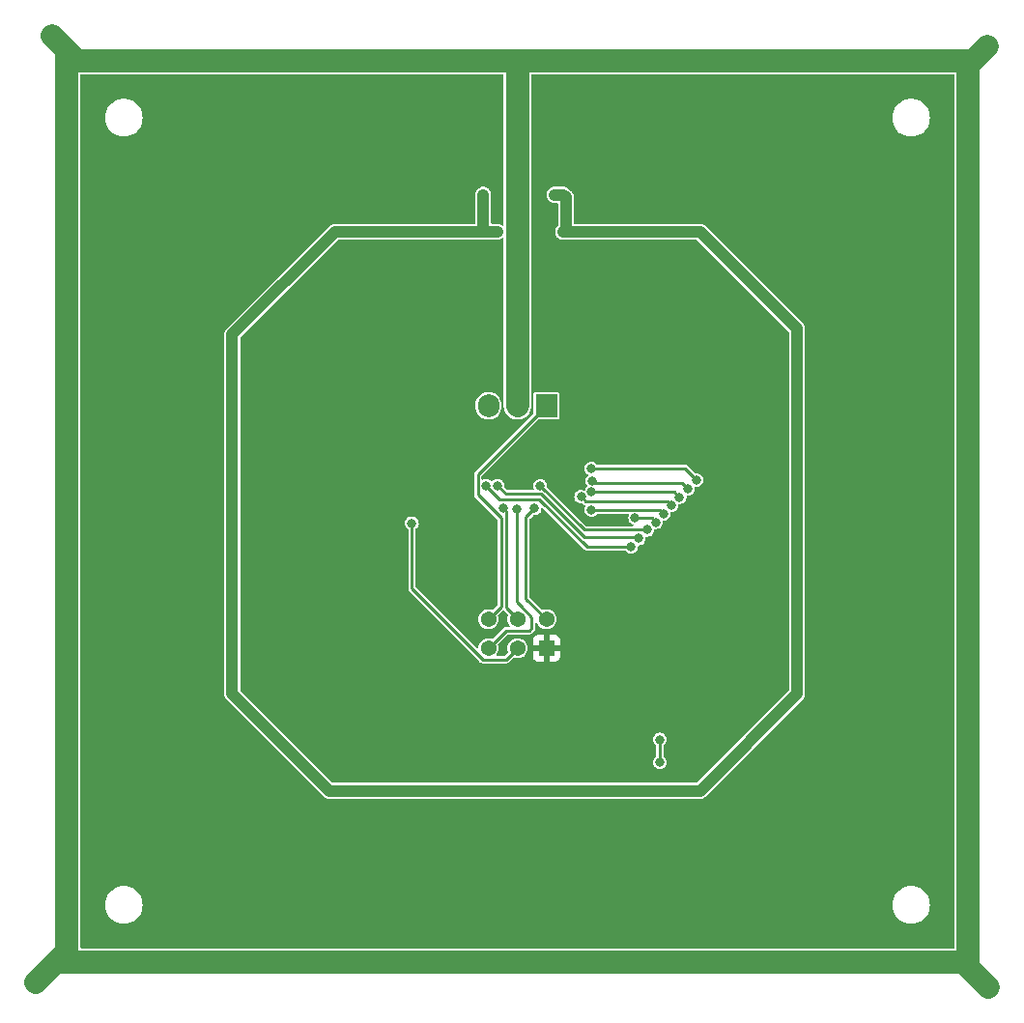
<source format=gbr>
%TF.GenerationSoftware,KiCad,Pcbnew,(6.0.9)*%
%TF.CreationDate,2023-04-03T18:36:50+10:00*%
%TF.ProjectId,Chi Chi - GV2,43686920-4368-4692-902d-204756322e6b,rev?*%
%TF.SameCoordinates,Original*%
%TF.FileFunction,Copper,L2,Bot*%
%TF.FilePolarity,Positive*%
%FSLAX46Y46*%
G04 Gerber Fmt 4.6, Leading zero omitted, Abs format (unit mm)*
G04 Created by KiCad (PCBNEW (6.0.9)) date 2023-04-03 18:36:50*
%MOMM*%
%LPD*%
G01*
G04 APERTURE LIST*
%TA.AperFunction,ComponentPad*%
%ADD10R,1.905000X2.000000*%
%TD*%
%TA.AperFunction,ComponentPad*%
%ADD11O,1.905000X2.000000*%
%TD*%
%TA.AperFunction,ComponentPad*%
%ADD12R,1.370000X1.370000*%
%TD*%
%TA.AperFunction,ComponentPad*%
%ADD13C,1.370000*%
%TD*%
%TA.AperFunction,ViaPad*%
%ADD14C,0.800000*%
%TD*%
%TA.AperFunction,Conductor*%
%ADD15C,0.250000*%
%TD*%
%TA.AperFunction,Conductor*%
%ADD16C,2.000000*%
%TD*%
%TA.AperFunction,Conductor*%
%ADD17C,1.000000*%
%TD*%
G04 APERTURE END LIST*
D10*
%TO.P,Q1,1,G*%
%TO.N,/LEDPWM*%
X256040000Y-132250000D03*
D11*
%TO.P,Q1,2,D*%
%TO.N,/MSFTDRN*%
X253500000Y-132250000D03*
%TO.P,Q1,3,S*%
%TO.N,GND*%
X250960000Y-132250000D03*
%TD*%
D12*
%TO.P,J1,01,01*%
%TO.N,+5V*%
X256040000Y-153500000D03*
D13*
%TO.P,J1,02,02*%
%TO.N,/SDA{slash}MOSI*%
X256040000Y-150960000D03*
%TO.P,J1,03,03*%
%TO.N,GND*%
X253500000Y-153500000D03*
%TO.P,J1,04,04*%
%TO.N,/SCL*%
X253500000Y-150960000D03*
%TO.P,J1,05,05*%
%TO.N,/RST*%
X250960000Y-153500000D03*
%TO.P,J1,06,06*%
%TO.N,/LEDPWM*%
X250960000Y-150960000D03*
%TD*%
D14*
%TO.N,GND*%
X278000000Y-135250000D03*
%TO.N,+5V*%
X291000000Y-137750000D03*
X216000000Y-146000000D03*
X257500000Y-178250000D03*
X248000000Y-103599500D03*
%TO.N,GND*%
X250500000Y-113750000D03*
X256750000Y-113750000D03*
X244250000Y-142537500D03*
%TO.N,+5V*%
X244268750Y-140481250D03*
%TO.N,GND*%
X278000000Y-125500000D03*
X278000000Y-130500000D03*
X278000000Y-140500000D03*
X278000000Y-145500000D03*
X278000000Y-150500000D03*
X269500000Y-166000000D03*
X264500000Y-166000000D03*
X259500000Y-166000000D03*
X254500000Y-166000000D03*
X249500000Y-166000000D03*
X244500000Y-166000000D03*
X228500000Y-157500000D03*
X228500000Y-152500000D03*
X228500000Y-147500000D03*
X228500000Y-142500000D03*
X228500000Y-137500000D03*
X228500000Y-132500000D03*
X237500000Y-117000000D03*
X242500000Y-117000000D03*
X247500000Y-117000000D03*
X251750000Y-117000000D03*
X257500000Y-117000000D03*
X262500000Y-117000000D03*
%TO.N,+5V*%
X269500000Y-161500000D03*
X264500000Y-161500000D03*
X259500000Y-161500000D03*
X254500000Y-161500000D03*
X249500000Y-161500000D03*
X244500000Y-161500000D03*
X233500000Y-157500000D03*
X233500000Y-152500000D03*
X233500000Y-147500000D03*
X233500000Y-142500000D03*
X233500000Y-137500000D03*
X233500000Y-132500000D03*
X237500000Y-121500000D03*
X242500000Y-121500000D03*
X247500000Y-121500000D03*
X251750000Y-121500000D03*
X257500000Y-121500000D03*
X262500000Y-121500000D03*
X273500000Y-125500000D03*
X273500000Y-130500000D03*
X273500000Y-135500000D03*
X273500000Y-150500000D03*
X273500000Y-145500000D03*
X273750000Y-140500000D03*
X262393750Y-142401361D03*
%TO.N,/MSFTDRN*%
X270300000Y-102000000D03*
X286800000Y-102000000D03*
X294712132Y-100712132D03*
X293000000Y-108800000D03*
X293000000Y-125300000D03*
X293000000Y-141800000D03*
X293000000Y-158300000D03*
X293000000Y-174500000D03*
X294787868Y-183212132D03*
X286200000Y-181000000D03*
X269700000Y-181000000D03*
X253200000Y-181000000D03*
X236700000Y-181000000D03*
X220200000Y-181000000D03*
X211287868Y-182787868D03*
X214000000Y-174200000D03*
X214000000Y-157700000D03*
X214000000Y-141200000D03*
X214000000Y-124700000D03*
X214000000Y-108200000D03*
X212712132Y-99787868D03*
X220800000Y-102000000D03*
X237300000Y-102000000D03*
X253800000Y-102000000D03*
%TO.N,/RST*%
X253422884Y-141271210D03*
%TO.N,/SDA{slash}MOSI*%
X255000000Y-141250000D03*
%TO.N,/SCL*%
X252250000Y-141250000D03*
%TO.N,/SEN24*%
X250750000Y-139250000D03*
X263465272Y-144628782D03*
%TO.N,/SEN23*%
X251750000Y-139250000D03*
X264137300Y-143887300D03*
%TO.N,/SEN22*%
X264898737Y-143125861D03*
X255500000Y-139250000D03*
%TO.N,/SEN21*%
X269169447Y-138750000D03*
X260000000Y-137750000D03*
%TO.N,/SEN20*%
X268444947Y-139503417D03*
X260075871Y-138821043D03*
%TO.N,/SEN19*%
X259992377Y-139817052D03*
X267708746Y-140250000D03*
%TO.N,/SEN18*%
X259082458Y-140230638D03*
X266984246Y-140976747D03*
%TO.N,/SEN17*%
X260000000Y-141363000D03*
X266293738Y-141699383D03*
%TO.N,/SEN16*%
X263817018Y-142087500D03*
X265640245Y-142455658D03*
%TO.N,/SEN1*%
X266000000Y-161500000D03*
X266000000Y-163500000D03*
%TD*%
D15*
%TO.N,/LEDPWM*%
X250025000Y-138265000D02*
X256040000Y-132250000D01*
X252050000Y-142075305D02*
X250025000Y-140050305D01*
X250025000Y-140050305D02*
X250025000Y-138265000D01*
X252050000Y-149870000D02*
X252050000Y-142075305D01*
X250960000Y-150960000D02*
X252050000Y-149870000D01*
D16*
%TO.N,/MSFTDRN*%
X253500000Y-102300000D02*
X253800000Y-102000000D01*
X253500000Y-132250000D02*
X253500000Y-102300000D01*
D17*
%TO.N,GND*%
X257750000Y-114000000D02*
X257750000Y-116750000D01*
X257500000Y-113750000D02*
X257750000Y-114000000D01*
X257750000Y-116750000D02*
X257500000Y-117000000D01*
X256750000Y-113750000D02*
X257500000Y-113750000D01*
X250500000Y-117000000D02*
X248000000Y-117000000D01*
X250500000Y-113750000D02*
X250500000Y-117000000D01*
X248000000Y-117000000D02*
X251750000Y-117000000D01*
X237500000Y-117000000D02*
X248000000Y-117000000D01*
X237500000Y-117000000D02*
X228500000Y-126000000D01*
X228500000Y-126000000D02*
X228500000Y-132500000D01*
X269500000Y-117000000D02*
X262500000Y-117000000D01*
X278000000Y-125500000D02*
X269500000Y-117000000D01*
X278000000Y-157500000D02*
X278000000Y-150500000D01*
X269500000Y-166000000D02*
X278000000Y-157500000D01*
X228500000Y-157500000D02*
X237000000Y-166000000D01*
X237000000Y-166000000D02*
X244500000Y-166000000D01*
D15*
X244250000Y-148250000D02*
X244250000Y-142537500D01*
X252490000Y-154510000D02*
X250510000Y-154510000D01*
X253500000Y-153500000D02*
X252490000Y-154510000D01*
X250510000Y-154510000D02*
X244250000Y-148250000D01*
D17*
X278000000Y-125500000D02*
X278000000Y-150500000D01*
X269500000Y-166000000D02*
X244500000Y-166000000D01*
D15*
%TO.N,/SEN1*%
X266000000Y-161500000D02*
X266000000Y-163500000D01*
D17*
%TO.N,GND*%
X228500000Y-157500000D02*
X228500000Y-132500000D01*
X257500000Y-117000000D02*
X262500000Y-117000000D01*
D16*
%TO.N,/MSFTDRN*%
X214000000Y-101075736D02*
X214000000Y-108200000D01*
X212712132Y-99787868D02*
X214000000Y-101075736D01*
X213075736Y-181000000D02*
X220200000Y-181000000D01*
X211287868Y-182787868D02*
X213075736Y-181000000D01*
X293000000Y-181424264D02*
X293000000Y-174500000D01*
X294787868Y-183212132D02*
X293000000Y-181424264D01*
X293424264Y-102000000D02*
X286800000Y-102000000D01*
X294712132Y-100712132D02*
X293424264Y-102000000D01*
X270300000Y-102000000D02*
X253800000Y-102000000D01*
X286800000Y-102000000D02*
X270300000Y-102000000D01*
X293000000Y-102424264D02*
X294712132Y-100712132D01*
X293000000Y-108800000D02*
X293000000Y-102424264D01*
X293000000Y-125300000D02*
X293000000Y-108800000D01*
X293000000Y-141800000D02*
X293000000Y-125300000D01*
X293000000Y-158300000D02*
X293000000Y-141800000D01*
X293000000Y-174500000D02*
X293000000Y-158300000D01*
X292575736Y-181000000D02*
X294787868Y-183212132D01*
X286200000Y-181000000D02*
X292575736Y-181000000D01*
X269700000Y-181000000D02*
X286200000Y-181000000D01*
X253200000Y-181000000D02*
X269700000Y-181000000D01*
X236700000Y-181000000D02*
X253200000Y-181000000D01*
X220200000Y-181000000D02*
X236700000Y-181000000D01*
X214000000Y-180075736D02*
X211287868Y-182787868D01*
X214000000Y-174200000D02*
X214000000Y-180075736D01*
X214000000Y-157700000D02*
X214000000Y-174200000D01*
X214000000Y-141200000D02*
X214000000Y-157700000D01*
X214000000Y-124700000D02*
X214000000Y-141200000D01*
X214000000Y-108200000D02*
X214000000Y-124700000D01*
X214924264Y-102000000D02*
X212712132Y-99787868D01*
X220800000Y-102000000D02*
X214924264Y-102000000D01*
X237300000Y-102000000D02*
X220800000Y-102000000D01*
X253800000Y-102000000D02*
X237300000Y-102000000D01*
D15*
%TO.N,/SCL*%
X252250000Y-141250000D02*
X252500000Y-141500000D01*
X252500000Y-141500000D02*
X252500000Y-149960000D01*
X252500000Y-149960000D02*
X253500000Y-150960000D01*
%TO.N,/SDA{slash}MOSI*%
X254250000Y-149170000D02*
X256040000Y-150960000D01*
X255000000Y-141250000D02*
X254250000Y-142000000D01*
X254250000Y-142000000D02*
X254250000Y-149170000D01*
%TO.N,/RST*%
X253750000Y-149750000D02*
X253422884Y-149422884D01*
X254750000Y-150750000D02*
X253750000Y-149750000D01*
X254750000Y-151750000D02*
X254750000Y-150750000D01*
X253422884Y-149422884D02*
X253422884Y-141271210D01*
X252490000Y-151970000D02*
X254530000Y-151970000D01*
X250960000Y-153500000D02*
X252490000Y-151970000D01*
X254530000Y-151970000D02*
X254750000Y-151750000D01*
%TO.N,/SEN24*%
X251899695Y-140425000D02*
X255402208Y-140425000D01*
X250750000Y-139275305D02*
X251899695Y-140425000D01*
X259605990Y-144628782D02*
X263465272Y-144628782D01*
X250750000Y-139250000D02*
X250750000Y-139275305D01*
X255402208Y-140425000D02*
X259605990Y-144628782D01*
%TO.N,/SEN23*%
X264000000Y-143750000D02*
X264137300Y-143887300D01*
X259363604Y-143750000D02*
X264000000Y-143750000D01*
X255588604Y-139975000D02*
X259363604Y-143750000D01*
X252475000Y-139975000D02*
X255588604Y-139975000D01*
X251750000Y-139250000D02*
X252475000Y-139975000D01*
%TO.N,/SEN21*%
X269169447Y-138750000D02*
X268169447Y-137750000D01*
X268169447Y-137750000D02*
X260000000Y-137750000D01*
%TO.N,/SEN20*%
X267941530Y-139000000D02*
X260254828Y-139000000D01*
X268444947Y-139503417D02*
X267941530Y-139000000D01*
X260254828Y-139000000D02*
X260075871Y-138821043D01*
%TO.N,/SEN19*%
X267708746Y-140250000D02*
X267208746Y-139750000D01*
X260059429Y-139750000D02*
X259992377Y-139817052D01*
X267208746Y-139750000D02*
X260059429Y-139750000D01*
%TO.N,/SEN18*%
X266984246Y-140976747D02*
X266645499Y-140638000D01*
X266645499Y-140638000D02*
X259489820Y-140638000D01*
X259489820Y-140638000D02*
X259082458Y-140230638D01*
%TO.N,/SEN17*%
X266293738Y-141699383D02*
X265957355Y-141363000D01*
X265957355Y-141363000D02*
X260000000Y-141363000D01*
%TO.N,/SEN16*%
X265640245Y-142455658D02*
X265272087Y-142087500D01*
X265272087Y-142087500D02*
X263817018Y-142087500D01*
%TO.N,/SEN22*%
X264898737Y-143125861D02*
X259375861Y-143125861D01*
X259375861Y-143125861D02*
X255500000Y-139250000D01*
%TD*%
%TA.AperFunction,Conductor*%
%TO.N,+5V*%
G36*
X252273066Y-103217813D02*
G01*
X252298376Y-103261650D01*
X252299500Y-103274500D01*
X252299500Y-116387497D01*
X252282187Y-116435063D01*
X252238350Y-116460373D01*
X252188500Y-116451583D01*
X252182950Y-116448040D01*
X252087106Y-116380680D01*
X252087104Y-116380679D01*
X252083453Y-116378113D01*
X251925487Y-116316524D01*
X251796174Y-116299500D01*
X251274500Y-116299500D01*
X251226934Y-116282187D01*
X251201624Y-116238350D01*
X251200500Y-116225500D01*
X251200500Y-113707484D01*
X251194943Y-113661559D01*
X251185812Y-113586109D01*
X251185276Y-113581680D01*
X251125345Y-113423077D01*
X251029312Y-113283349D01*
X250964501Y-113225604D01*
X250906055Y-113173530D01*
X250906052Y-113173528D01*
X250902721Y-113170560D01*
X250752881Y-113091224D01*
X250748554Y-113090137D01*
X250592769Y-113051006D01*
X250592768Y-113051006D01*
X250588441Y-113049919D01*
X250503078Y-113049472D01*
X250423354Y-113049054D01*
X250423351Y-113049054D01*
X250418895Y-113049031D01*
X250414560Y-113050072D01*
X250414558Y-113050072D01*
X250359126Y-113063381D01*
X250254032Y-113088612D01*
X250103369Y-113166375D01*
X250100011Y-113169304D01*
X250100010Y-113169305D01*
X249980373Y-113273671D01*
X249975604Y-113277831D01*
X249878113Y-113416547D01*
X249816524Y-113574513D01*
X249799500Y-113703826D01*
X249799500Y-116225500D01*
X249782187Y-116273066D01*
X249738350Y-116298376D01*
X249725500Y-116299500D01*
X237526879Y-116299500D01*
X237521846Y-116299329D01*
X237467515Y-116295625D01*
X237463070Y-116295322D01*
X237399530Y-116306412D01*
X237395717Y-116306975D01*
X237331680Y-116314724D01*
X237327503Y-116316302D01*
X237327504Y-116316302D01*
X237320866Y-116318810D01*
X237307435Y-116322485D01*
X237296046Y-116324473D01*
X237236988Y-116350397D01*
X237233421Y-116351853D01*
X237173077Y-116374655D01*
X237169401Y-116377182D01*
X237169398Y-116377183D01*
X237163551Y-116381201D01*
X237151382Y-116387975D01*
X237140797Y-116392621D01*
X237137257Y-116395337D01*
X237137256Y-116395338D01*
X237089620Y-116431891D01*
X237086492Y-116434164D01*
X237033349Y-116470688D01*
X237030377Y-116474024D01*
X236991403Y-116517767D01*
X236988478Y-116520866D01*
X228023671Y-125485672D01*
X228019991Y-125489110D01*
X227979596Y-125524349D01*
X227975604Y-125527831D01*
X227973036Y-125531485D01*
X227973035Y-125531486D01*
X227938530Y-125580582D01*
X227936220Y-125583693D01*
X227896416Y-125634457D01*
X227894580Y-125638524D01*
X227894578Y-125638527D01*
X227891658Y-125644994D01*
X227884757Y-125657093D01*
X227880681Y-125662893D01*
X227878113Y-125666547D01*
X227876492Y-125670705D01*
X227854688Y-125726629D01*
X227853193Y-125730185D01*
X227826645Y-125788984D01*
X227825832Y-125793372D01*
X227824539Y-125800347D01*
X227820724Y-125813739D01*
X227818144Y-125820356D01*
X227818143Y-125820361D01*
X227816524Y-125824513D01*
X227815942Y-125828936D01*
X227808107Y-125888454D01*
X227807503Y-125892269D01*
X227795748Y-125955692D01*
X227796005Y-125960147D01*
X227799377Y-126018636D01*
X227799500Y-126022895D01*
X227799500Y-157473121D01*
X227799329Y-157478154D01*
X227795322Y-157536930D01*
X227796088Y-157541319D01*
X227806410Y-157600456D01*
X227806975Y-157604283D01*
X227814724Y-157668320D01*
X227816302Y-157672496D01*
X227818810Y-157679134D01*
X227822485Y-157692565D01*
X227824473Y-157703954D01*
X227826265Y-157708036D01*
X227826266Y-157708040D01*
X227850392Y-157763000D01*
X227851855Y-157766585D01*
X227874655Y-157826923D01*
X227881202Y-157836450D01*
X227887975Y-157848618D01*
X227890781Y-157855010D01*
X227892621Y-157859202D01*
X227895334Y-157862737D01*
X227931888Y-157910375D01*
X227934161Y-157913505D01*
X227970688Y-157966651D01*
X227980173Y-157975102D01*
X228017767Y-158008597D01*
X228020866Y-158011522D01*
X236485665Y-166476321D01*
X236489103Y-166480001D01*
X236527831Y-166524396D01*
X236531482Y-166526962D01*
X236580613Y-166561492D01*
X236583718Y-166563799D01*
X236634457Y-166603583D01*
X236638523Y-166605419D01*
X236644990Y-166608339D01*
X236657086Y-166615238D01*
X236666547Y-166621887D01*
X236670703Y-166623507D01*
X236670706Y-166623509D01*
X236726634Y-166645314D01*
X236730177Y-166646803D01*
X236788984Y-166673355D01*
X236800349Y-166675461D01*
X236813739Y-166679276D01*
X236820356Y-166681856D01*
X236820361Y-166681857D01*
X236824513Y-166683476D01*
X236888466Y-166691895D01*
X236892269Y-166692497D01*
X236955692Y-166704252D01*
X237018635Y-166700623D01*
X237022895Y-166700500D01*
X269473121Y-166700500D01*
X269478154Y-166700671D01*
X269532485Y-166704375D01*
X269536930Y-166704678D01*
X269600470Y-166693588D01*
X269604283Y-166693025D01*
X269668320Y-166685276D01*
X269679134Y-166681190D01*
X269692565Y-166677515D01*
X269699560Y-166676294D01*
X269703954Y-166675527D01*
X269708036Y-166673735D01*
X269708040Y-166673734D01*
X269763000Y-166649608D01*
X269766587Y-166648144D01*
X269774077Y-166645314D01*
X269826923Y-166625345D01*
X269836450Y-166618798D01*
X269848616Y-166612026D01*
X269850950Y-166611002D01*
X269855121Y-166609171D01*
X269855124Y-166609169D01*
X269859202Y-166607379D01*
X269910381Y-166568108D01*
X269913510Y-166565835D01*
X269918222Y-166562597D01*
X269930684Y-166554032D01*
X269962969Y-166531843D01*
X269962971Y-166531841D01*
X269966651Y-166529312D01*
X270008597Y-166482233D01*
X270011522Y-166479134D01*
X278476321Y-158014335D01*
X278480001Y-158010897D01*
X278481008Y-158010019D01*
X278524396Y-157972169D01*
X278561495Y-157919383D01*
X278563802Y-157916278D01*
X278603583Y-157865543D01*
X278608339Y-157855010D01*
X278615238Y-157842914D01*
X278619321Y-157837104D01*
X278621887Y-157833453D01*
X278645315Y-157773363D01*
X278646803Y-157769823D01*
X278673355Y-157711016D01*
X278675461Y-157699651D01*
X278679276Y-157686261D01*
X278681856Y-157679644D01*
X278681857Y-157679639D01*
X278683476Y-157675487D01*
X278691895Y-157611534D01*
X278692499Y-157607718D01*
X278693135Y-157604290D01*
X278704252Y-157544308D01*
X278700623Y-157481364D01*
X278700500Y-157477105D01*
X278700500Y-125526875D01*
X278700671Y-125521841D01*
X278704375Y-125467515D01*
X278704678Y-125463070D01*
X278693588Y-125399530D01*
X278693024Y-125395710D01*
X278685812Y-125336111D01*
X278685276Y-125331680D01*
X278681190Y-125320866D01*
X278677515Y-125307435D01*
X278676294Y-125300440D01*
X278675527Y-125296046D01*
X278649608Y-125237002D01*
X278648145Y-125233416D01*
X278626921Y-125177247D01*
X278626920Y-125177245D01*
X278625345Y-125173077D01*
X278618794Y-125163546D01*
X278612024Y-125151381D01*
X278611756Y-125150771D01*
X278607378Y-125140797D01*
X278568109Y-125089621D01*
X278565840Y-125086497D01*
X278529312Y-125033349D01*
X278482242Y-124991411D01*
X278479143Y-124988486D01*
X270014328Y-116523671D01*
X270010890Y-116519991D01*
X269975104Y-116478968D01*
X269975102Y-116478966D01*
X269972169Y-116475604D01*
X269965175Y-116470688D01*
X269919418Y-116438530D01*
X269916307Y-116436220D01*
X269869054Y-116399169D01*
X269865543Y-116396416D01*
X269861476Y-116394580D01*
X269861473Y-116394578D01*
X269855006Y-116391658D01*
X269842907Y-116384757D01*
X269837107Y-116380681D01*
X269837106Y-116380680D01*
X269833453Y-116378113D01*
X269773356Y-116354682D01*
X269769815Y-116353193D01*
X269711016Y-116326645D01*
X269699651Y-116324539D01*
X269686261Y-116320724D01*
X269679644Y-116318144D01*
X269679639Y-116318143D01*
X269675487Y-116316524D01*
X269611534Y-116308105D01*
X269607731Y-116307503D01*
X269544308Y-116295748D01*
X269489042Y-116298934D01*
X269481364Y-116299377D01*
X269477105Y-116299500D01*
X258524500Y-116299500D01*
X258476934Y-116282187D01*
X258451624Y-116238350D01*
X258450500Y-116225500D01*
X258450500Y-114026875D01*
X258450671Y-114021841D01*
X258454375Y-113967515D01*
X258454678Y-113963070D01*
X258443588Y-113899530D01*
X258443024Y-113895710D01*
X258435812Y-113836111D01*
X258435276Y-113831680D01*
X258431190Y-113820866D01*
X258427515Y-113807435D01*
X258426294Y-113800440D01*
X258425527Y-113796046D01*
X258399608Y-113737002D01*
X258398145Y-113733416D01*
X258376921Y-113677247D01*
X258376920Y-113677245D01*
X258375345Y-113673077D01*
X258368794Y-113663546D01*
X258362024Y-113651381D01*
X258361756Y-113650771D01*
X258357378Y-113640797D01*
X258318109Y-113589621D01*
X258315840Y-113586497D01*
X258309662Y-113577508D01*
X258279312Y-113533349D01*
X258232242Y-113491411D01*
X258229143Y-113488486D01*
X258014328Y-113273671D01*
X258010890Y-113269991D01*
X257975104Y-113228968D01*
X257975102Y-113228966D01*
X257972169Y-113225604D01*
X257965175Y-113220688D01*
X257919418Y-113188530D01*
X257916307Y-113186220D01*
X257869054Y-113149169D01*
X257865543Y-113146416D01*
X257861476Y-113144580D01*
X257861473Y-113144578D01*
X257855006Y-113141658D01*
X257842907Y-113134757D01*
X257837107Y-113130681D01*
X257837106Y-113130680D01*
X257833453Y-113128113D01*
X257773356Y-113104682D01*
X257769815Y-113103193D01*
X257711016Y-113076645D01*
X257699651Y-113074539D01*
X257686261Y-113070724D01*
X257679644Y-113068144D01*
X257679639Y-113068143D01*
X257675487Y-113066524D01*
X257611534Y-113058105D01*
X257607731Y-113057503D01*
X257544308Y-113045748D01*
X257489042Y-113048934D01*
X257481364Y-113049377D01*
X257477105Y-113049500D01*
X256707484Y-113049500D01*
X256705271Y-113049768D01*
X256705268Y-113049768D01*
X256586109Y-113064188D01*
X256581680Y-113064724D01*
X256480135Y-113103095D01*
X256427247Y-113123079D01*
X256427245Y-113123080D01*
X256423077Y-113124655D01*
X256419402Y-113127181D01*
X256287031Y-113218157D01*
X256287029Y-113218159D01*
X256283349Y-113220688D01*
X256170560Y-113347279D01*
X256091224Y-113497119D01*
X256090137Y-113501445D01*
X256090137Y-113501446D01*
X256052476Y-113651381D01*
X256049919Y-113661559D01*
X256049667Y-113709716D01*
X256049085Y-113820866D01*
X256049031Y-113831105D01*
X256088612Y-113995968D01*
X256166375Y-114146631D01*
X256277831Y-114274396D01*
X256416547Y-114371887D01*
X256574513Y-114433476D01*
X256703826Y-114450500D01*
X256975500Y-114450500D01*
X257023066Y-114467813D01*
X257048376Y-114511650D01*
X257049500Y-114524500D01*
X257049500Y-116424377D01*
X257030751Y-116473604D01*
X256991411Y-116517758D01*
X256988486Y-116520857D01*
X256974608Y-116534735D01*
X256973236Y-116536485D01*
X256963736Y-116548601D01*
X256960753Y-116552168D01*
X256923530Y-116593945D01*
X256923528Y-116593948D01*
X256920560Y-116597279D01*
X256918474Y-116601219D01*
X256918469Y-116601226D01*
X256913236Y-116611110D01*
X256906072Y-116622141D01*
X256899171Y-116630942D01*
X256899167Y-116630948D01*
X256896416Y-116634457D01*
X256894580Y-116638523D01*
X256894579Y-116638525D01*
X256871548Y-116689534D01*
X256869502Y-116693710D01*
X256843313Y-116743173D01*
X256841224Y-116747119D01*
X256840138Y-116751443D01*
X256837411Y-116762300D01*
X256833083Y-116774726D01*
X256826645Y-116788984D01*
X256825833Y-116793367D01*
X256825832Y-116793369D01*
X256815634Y-116848393D01*
X256814644Y-116852934D01*
X256801006Y-116907231D01*
X256799919Y-116911559D01*
X256799896Y-116916020D01*
X256799837Y-116927213D01*
X256798599Y-116940305D01*
X256795748Y-116955692D01*
X256796005Y-116960147D01*
X256799226Y-117016010D01*
X256799348Y-117020653D01*
X256799031Y-117081105D01*
X256802686Y-117096329D01*
X256804606Y-117109336D01*
X256805507Y-117124959D01*
X256806818Y-117129219D01*
X256823281Y-117182735D01*
X256824507Y-117187218D01*
X256838612Y-117245968D01*
X256840657Y-117249931D01*
X256840660Y-117249938D01*
X256845787Y-117259871D01*
X256850757Y-117272049D01*
X256854049Y-117282748D01*
X256855361Y-117287011D01*
X256857650Y-117290835D01*
X256886398Y-117338870D01*
X256888659Y-117342932D01*
X256914331Y-117392672D01*
X256914334Y-117392676D01*
X256916375Y-117396631D01*
X256926665Y-117408426D01*
X256934391Y-117419061D01*
X256942431Y-117432495D01*
X256945569Y-117435666D01*
X256984938Y-117475450D01*
X256988103Y-117478855D01*
X257027831Y-117524396D01*
X257031474Y-117526956D01*
X257031479Y-117526961D01*
X257040629Y-117533391D01*
X257050678Y-117541883D01*
X257058550Y-117549838D01*
X257058554Y-117549841D01*
X257061690Y-117553010D01*
X257065490Y-117555339D01*
X257065493Y-117555341D01*
X257113230Y-117584593D01*
X257117096Y-117587132D01*
X257166547Y-117621887D01*
X257181131Y-117627573D01*
X257192908Y-117633420D01*
X257206254Y-117641598D01*
X257210501Y-117642953D01*
X257210500Y-117642953D01*
X257263835Y-117659975D01*
X257268216Y-117661527D01*
X257324513Y-117683476D01*
X257340034Y-117685520D01*
X257352860Y-117688386D01*
X257367775Y-117693146D01*
X257428084Y-117697258D01*
X257432692Y-117697718D01*
X257453826Y-117700500D01*
X257473121Y-117700500D01*
X257478154Y-117700671D01*
X257532485Y-117704375D01*
X257536930Y-117704678D01*
X257541318Y-117703912D01*
X257541320Y-117703912D01*
X257554554Y-117701602D01*
X257567277Y-117700500D01*
X269179192Y-117700500D01*
X269226758Y-117717813D01*
X269231518Y-117722174D01*
X277277826Y-125768482D01*
X277299218Y-125814358D01*
X277299500Y-125820808D01*
X277299500Y-157179191D01*
X277282187Y-157226757D01*
X277277826Y-157231517D01*
X269231517Y-165277826D01*
X269185641Y-165299218D01*
X269179191Y-165299500D01*
X237320809Y-165299500D01*
X237273243Y-165282187D01*
X237268483Y-165277826D01*
X235490657Y-163500000D01*
X265394318Y-163500000D01*
X265414956Y-163656762D01*
X265475464Y-163802841D01*
X265478414Y-163806685D01*
X265478416Y-163806689D01*
X265568763Y-163924431D01*
X265571718Y-163928282D01*
X265575569Y-163931237D01*
X265693311Y-164021584D01*
X265693315Y-164021586D01*
X265697159Y-164024536D01*
X265843238Y-164085044D01*
X265848040Y-164085676D01*
X265848043Y-164085677D01*
X265995192Y-164105049D01*
X266000000Y-164105682D01*
X266004808Y-164105049D01*
X266151957Y-164085677D01*
X266151960Y-164085676D01*
X266156762Y-164085044D01*
X266302841Y-164024536D01*
X266306685Y-164021586D01*
X266306689Y-164021584D01*
X266424431Y-163931237D01*
X266428282Y-163928282D01*
X266431237Y-163924431D01*
X266521584Y-163806689D01*
X266521586Y-163806685D01*
X266524536Y-163802841D01*
X266585044Y-163656762D01*
X266605682Y-163500000D01*
X266585044Y-163343238D01*
X266524536Y-163197159D01*
X266521586Y-163193315D01*
X266521584Y-163193311D01*
X266431237Y-163075569D01*
X266428282Y-163071718D01*
X266354451Y-163015066D01*
X266327254Y-162972376D01*
X266325500Y-162956359D01*
X266325500Y-162043641D01*
X266342813Y-161996075D01*
X266354450Y-161984935D01*
X266428282Y-161928282D01*
X266431237Y-161924431D01*
X266521584Y-161806689D01*
X266521586Y-161806685D01*
X266524536Y-161802841D01*
X266585044Y-161656762D01*
X266605682Y-161500000D01*
X266585044Y-161343238D01*
X266524536Y-161197159D01*
X266521586Y-161193315D01*
X266521584Y-161193311D01*
X266431237Y-161075569D01*
X266428282Y-161071718D01*
X266424431Y-161068763D01*
X266306689Y-160978416D01*
X266306685Y-160978414D01*
X266302841Y-160975464D01*
X266156762Y-160914956D01*
X266151960Y-160914324D01*
X266151957Y-160914323D01*
X266004808Y-160894951D01*
X266000000Y-160894318D01*
X265995192Y-160894951D01*
X265848043Y-160914323D01*
X265848040Y-160914324D01*
X265843238Y-160914956D01*
X265697159Y-160975464D01*
X265693315Y-160978414D01*
X265693311Y-160978416D01*
X265575569Y-161068763D01*
X265571718Y-161071718D01*
X265568763Y-161075569D01*
X265478416Y-161193311D01*
X265478414Y-161193315D01*
X265475464Y-161197159D01*
X265414956Y-161343238D01*
X265394318Y-161500000D01*
X265414956Y-161656762D01*
X265475464Y-161802841D01*
X265478414Y-161806685D01*
X265478416Y-161806689D01*
X265568763Y-161924431D01*
X265571718Y-161928282D01*
X265645549Y-161984934D01*
X265672746Y-162027624D01*
X265674500Y-162043641D01*
X265674500Y-162956359D01*
X265657187Y-163003925D01*
X265645550Y-163015065D01*
X265571718Y-163071718D01*
X265568763Y-163075569D01*
X265478416Y-163193311D01*
X265478414Y-163193315D01*
X265475464Y-163197159D01*
X265414956Y-163343238D01*
X265394318Y-163500000D01*
X235490657Y-163500000D01*
X229222174Y-157231517D01*
X229200782Y-157185641D01*
X229200500Y-157179191D01*
X229200500Y-142537500D01*
X243644318Y-142537500D01*
X243644951Y-142542308D01*
X243664311Y-142689361D01*
X243664956Y-142694262D01*
X243725464Y-142840341D01*
X243728414Y-142844185D01*
X243728416Y-142844189D01*
X243761186Y-142886895D01*
X243821718Y-142965782D01*
X243895549Y-143022434D01*
X243922746Y-143065124D01*
X243924500Y-143081141D01*
X243924500Y-148232559D01*
X243924218Y-148239009D01*
X243920736Y-148278807D01*
X243922412Y-148285060D01*
X243931078Y-148317401D01*
X243932475Y-148323703D01*
X243939412Y-148363045D01*
X243942647Y-148368647D01*
X243944361Y-148373358D01*
X243946649Y-148378882D01*
X243948771Y-148383432D01*
X243950446Y-148389684D01*
X243954158Y-148394986D01*
X243954159Y-148394987D01*
X243973362Y-148422411D01*
X243976828Y-148427851D01*
X243996806Y-148462455D01*
X244001766Y-148466617D01*
X244001767Y-148466618D01*
X244027415Y-148488140D01*
X244032175Y-148492501D01*
X250267506Y-154727832D01*
X250271861Y-154732585D01*
X250297545Y-154763194D01*
X250332149Y-154783172D01*
X250337589Y-154786638D01*
X250370316Y-154809554D01*
X250376568Y-154811229D01*
X250381118Y-154813351D01*
X250386642Y-154815639D01*
X250391353Y-154817353D01*
X250396955Y-154820588D01*
X250403326Y-154821711D01*
X250403328Y-154821712D01*
X250426729Y-154825838D01*
X250436297Y-154827525D01*
X250442596Y-154828921D01*
X250481193Y-154839264D01*
X250487641Y-154838700D01*
X250487642Y-154838700D01*
X250520991Y-154835782D01*
X250527441Y-154835500D01*
X252472559Y-154835500D01*
X252479009Y-154835782D01*
X252512358Y-154838700D01*
X252512359Y-154838700D01*
X252518807Y-154839264D01*
X252557404Y-154828921D01*
X252563703Y-154827525D01*
X252573271Y-154825838D01*
X252596672Y-154821712D01*
X252596674Y-154821711D01*
X252603045Y-154820588D01*
X252608647Y-154817353D01*
X252613358Y-154815639D01*
X252618882Y-154813351D01*
X252623432Y-154811229D01*
X252629684Y-154809554D01*
X252662411Y-154786638D01*
X252667851Y-154783172D01*
X252694763Y-154767635D01*
X252696850Y-154766430D01*
X252702455Y-154763194D01*
X252706618Y-154758233D01*
X252728140Y-154732585D01*
X252732501Y-154727825D01*
X253111861Y-154348465D01*
X253157737Y-154327073D01*
X253194285Y-154333188D01*
X253224858Y-154346800D01*
X253228650Y-154347606D01*
X253228653Y-154347607D01*
X253403133Y-154384693D01*
X253406930Y-154385500D01*
X253593070Y-154385500D01*
X253596867Y-154384693D01*
X253771347Y-154347607D01*
X253771350Y-154347606D01*
X253775142Y-154346800D01*
X253778684Y-154345223D01*
X253778687Y-154345222D01*
X253941647Y-154272667D01*
X253945189Y-154271090D01*
X253994738Y-154235091D01*
X254000263Y-154231077D01*
X254847001Y-154231077D01*
X254847219Y-154235091D01*
X254853247Y-154290594D01*
X254855376Y-154299550D01*
X254902977Y-154426525D01*
X254907991Y-154435683D01*
X254988931Y-154543681D01*
X254996319Y-154551069D01*
X255104317Y-154632009D01*
X255113475Y-154637023D01*
X255240447Y-154684623D01*
X255249407Y-154686753D01*
X255304911Y-154692783D01*
X255308921Y-154693000D01*
X255772952Y-154693000D01*
X255782948Y-154689362D01*
X255786000Y-154684075D01*
X255786000Y-154679951D01*
X256294000Y-154679951D01*
X256297638Y-154689947D01*
X256302925Y-154692999D01*
X256771077Y-154692999D01*
X256775091Y-154692781D01*
X256830594Y-154686753D01*
X256839550Y-154684624D01*
X256966525Y-154637023D01*
X256975683Y-154632009D01*
X257083681Y-154551069D01*
X257091069Y-154543681D01*
X257172009Y-154435683D01*
X257177023Y-154426525D01*
X257224623Y-154299553D01*
X257226753Y-154290593D01*
X257232783Y-154235089D01*
X257233000Y-154231079D01*
X257233000Y-153767048D01*
X257229362Y-153757052D01*
X257224075Y-153754000D01*
X256307048Y-153754000D01*
X256297052Y-153757638D01*
X256294000Y-153762925D01*
X256294000Y-154679951D01*
X255786000Y-154679951D01*
X255786000Y-153767048D01*
X255782362Y-153757052D01*
X255777075Y-153754000D01*
X254860049Y-153754000D01*
X254850053Y-153757638D01*
X254847001Y-153762925D01*
X254847001Y-154231077D01*
X254000263Y-154231077D01*
X254092641Y-154163960D01*
X254092642Y-154163959D01*
X254095779Y-154161680D01*
X254220331Y-154023351D01*
X254313401Y-153862149D01*
X254370921Y-153685120D01*
X254390378Y-153500000D01*
X254370921Y-153314880D01*
X254344301Y-153232952D01*
X254847000Y-153232952D01*
X254850638Y-153242948D01*
X254855925Y-153246000D01*
X255772952Y-153246000D01*
X255782948Y-153242362D01*
X255786000Y-153237075D01*
X255786000Y-153232952D01*
X256294000Y-153232952D01*
X256297638Y-153242948D01*
X256302925Y-153246000D01*
X257219951Y-153246000D01*
X257229947Y-153242362D01*
X257232999Y-153237075D01*
X257232999Y-152768923D01*
X257232781Y-152764909D01*
X257226753Y-152709406D01*
X257224624Y-152700450D01*
X257177023Y-152573475D01*
X257172009Y-152564317D01*
X257091069Y-152456319D01*
X257083681Y-152448931D01*
X256975683Y-152367991D01*
X256966525Y-152362977D01*
X256839553Y-152315377D01*
X256830593Y-152313247D01*
X256775089Y-152307217D01*
X256771079Y-152307000D01*
X256307048Y-152307000D01*
X256297052Y-152310638D01*
X256294000Y-152315925D01*
X256294000Y-153232952D01*
X255786000Y-153232952D01*
X255786000Y-152320049D01*
X255782362Y-152310053D01*
X255777075Y-152307001D01*
X255308923Y-152307001D01*
X255304909Y-152307219D01*
X255249406Y-152313247D01*
X255240450Y-152315376D01*
X255113475Y-152362977D01*
X255104317Y-152367991D01*
X254996319Y-152448931D01*
X254988931Y-152456319D01*
X254907991Y-152564317D01*
X254902977Y-152573475D01*
X254855377Y-152700447D01*
X254853247Y-152709407D01*
X254847217Y-152764911D01*
X254847000Y-152768921D01*
X254847000Y-153232952D01*
X254344301Y-153232952D01*
X254313401Y-153137851D01*
X254220331Y-152976649D01*
X254095779Y-152838320D01*
X254000262Y-152768923D01*
X253948326Y-152731189D01*
X253948325Y-152731188D01*
X253945189Y-152728910D01*
X253901385Y-152709407D01*
X253778687Y-152654778D01*
X253778684Y-152654777D01*
X253775142Y-152653200D01*
X253771350Y-152652394D01*
X253771347Y-152652393D01*
X253596867Y-152615307D01*
X253596866Y-152615307D01*
X253593070Y-152614500D01*
X253406930Y-152614500D01*
X253403134Y-152615307D01*
X253403133Y-152615307D01*
X253228653Y-152652393D01*
X253228650Y-152652394D01*
X253224858Y-152653200D01*
X253221316Y-152654777D01*
X253221313Y-152654778D01*
X253098615Y-152709407D01*
X253054811Y-152728910D01*
X253051675Y-152731188D01*
X253051674Y-152731189D01*
X252999738Y-152768923D01*
X252904221Y-152838320D01*
X252779669Y-152976649D01*
X252686599Y-153137851D01*
X252629079Y-153314880D01*
X252609622Y-153500000D01*
X252629079Y-153685120D01*
X252655699Y-153767048D01*
X252670361Y-153812172D01*
X252668595Y-153862760D01*
X252652309Y-153887365D01*
X252376848Y-154162826D01*
X252330972Y-154184218D01*
X252324522Y-154184500D01*
X251701439Y-154184500D01*
X251653873Y-154167187D01*
X251628563Y-154123350D01*
X251637353Y-154073500D01*
X251646446Y-154060984D01*
X251677739Y-154026230D01*
X251677740Y-154026228D01*
X251680331Y-154023351D01*
X251773401Y-153862149D01*
X251830921Y-153685120D01*
X251850378Y-153500000D01*
X251830921Y-153314880D01*
X251789639Y-153187828D01*
X251791405Y-153137240D01*
X251807691Y-153112635D01*
X252603152Y-152317174D01*
X252649028Y-152295782D01*
X252655478Y-152295500D01*
X254512559Y-152295500D01*
X254519009Y-152295782D01*
X254552358Y-152298700D01*
X254552359Y-152298700D01*
X254558807Y-152299264D01*
X254597404Y-152288921D01*
X254603703Y-152287525D01*
X254613271Y-152285838D01*
X254636672Y-152281712D01*
X254636674Y-152281711D01*
X254643045Y-152280588D01*
X254648647Y-152277353D01*
X254653358Y-152275639D01*
X254658882Y-152273351D01*
X254663432Y-152271229D01*
X254669684Y-152269554D01*
X254702411Y-152246638D01*
X254707851Y-152243172D01*
X254742455Y-152223194D01*
X254746618Y-152218233D01*
X254768140Y-152192585D01*
X254772501Y-152187825D01*
X254967832Y-151992494D01*
X254972592Y-151988133D01*
X255003194Y-151962455D01*
X255023172Y-151927851D01*
X255026638Y-151922411D01*
X255045841Y-151894987D01*
X255045842Y-151894986D01*
X255049554Y-151889684D01*
X255051229Y-151883432D01*
X255053351Y-151878882D01*
X255055639Y-151873358D01*
X255057353Y-151868647D01*
X255060588Y-151863045D01*
X255063682Y-151845500D01*
X255067524Y-151823706D01*
X255068922Y-151817401D01*
X255079264Y-151778807D01*
X255076518Y-151747415D01*
X255075782Y-151739009D01*
X255075500Y-151732559D01*
X255075500Y-151324331D01*
X255092813Y-151276765D01*
X255136650Y-151251455D01*
X255186500Y-151260245D01*
X255219878Y-151301464D01*
X255226599Y-151322149D01*
X255319669Y-151483351D01*
X255444221Y-151621680D01*
X255447358Y-151623959D01*
X255447359Y-151623960D01*
X255547658Y-151696831D01*
X255594811Y-151731090D01*
X255598353Y-151732667D01*
X255761313Y-151805222D01*
X255761316Y-151805223D01*
X255764858Y-151806800D01*
X255768650Y-151807606D01*
X255768653Y-151807607D01*
X255943133Y-151844693D01*
X255946930Y-151845500D01*
X256133070Y-151845500D01*
X256136867Y-151844693D01*
X256311347Y-151807607D01*
X256311350Y-151807606D01*
X256315142Y-151806800D01*
X256318684Y-151805223D01*
X256318687Y-151805222D01*
X256481647Y-151732667D01*
X256485189Y-151731090D01*
X256532343Y-151696831D01*
X256632641Y-151623960D01*
X256632642Y-151623959D01*
X256635779Y-151621680D01*
X256760331Y-151483351D01*
X256853401Y-151322149D01*
X256910921Y-151145120D01*
X256930378Y-150960000D01*
X256910921Y-150774880D01*
X256853401Y-150597851D01*
X256760331Y-150436649D01*
X256635779Y-150298320D01*
X256504103Y-150202652D01*
X256488326Y-150191189D01*
X256488325Y-150191188D01*
X256485189Y-150188910D01*
X256392790Y-150147771D01*
X256318687Y-150114778D01*
X256318684Y-150114777D01*
X256315142Y-150113200D01*
X256311350Y-150112394D01*
X256311347Y-150112393D01*
X256136867Y-150075307D01*
X256136866Y-150075307D01*
X256133070Y-150074500D01*
X255946930Y-150074500D01*
X255943134Y-150075307D01*
X255943133Y-150075307D01*
X255768653Y-150112393D01*
X255768650Y-150112394D01*
X255764858Y-150113200D01*
X255738370Y-150124993D01*
X255734285Y-150126812D01*
X255683789Y-150130342D01*
X255651861Y-150111535D01*
X254597174Y-149056848D01*
X254575782Y-149010972D01*
X254575500Y-149004522D01*
X254575500Y-142165478D01*
X254592813Y-142117912D01*
X254597174Y-142113152D01*
X254845751Y-141864576D01*
X254891628Y-141843184D01*
X254907733Y-141843535D01*
X255000000Y-141855682D01*
X255004808Y-141855049D01*
X255005082Y-141855013D01*
X255043342Y-141849976D01*
X255151957Y-141835677D01*
X255151960Y-141835676D01*
X255156762Y-141835044D01*
X255302841Y-141774536D01*
X255306685Y-141771586D01*
X255306689Y-141771584D01*
X255424431Y-141681237D01*
X255428282Y-141678282D01*
X255448401Y-141652062D01*
X255521584Y-141556689D01*
X255521586Y-141556685D01*
X255524536Y-141552841D01*
X255585044Y-141406762D01*
X255585780Y-141401178D01*
X255604849Y-141256327D01*
X255628222Y-141211428D01*
X255674988Y-141192056D01*
X255723264Y-141207278D01*
X255730542Y-141213660D01*
X259363496Y-144846614D01*
X259367857Y-144851373D01*
X259393535Y-144881976D01*
X259428139Y-144901954D01*
X259433579Y-144905420D01*
X259466306Y-144928336D01*
X259472558Y-144930011D01*
X259477108Y-144932133D01*
X259482618Y-144934415D01*
X259487338Y-144936133D01*
X259492945Y-144939370D01*
X259532285Y-144946307D01*
X259538577Y-144947702D01*
X259577184Y-144958046D01*
X259616985Y-144954564D01*
X259623435Y-144954282D01*
X262921631Y-144954282D01*
X262969197Y-144971595D01*
X262980337Y-144983232D01*
X263036990Y-145057064D01*
X263040841Y-145060019D01*
X263158583Y-145150366D01*
X263158587Y-145150368D01*
X263162431Y-145153318D01*
X263308510Y-145213826D01*
X263313312Y-145214458D01*
X263313315Y-145214459D01*
X263460464Y-145233831D01*
X263465272Y-145234464D01*
X263470080Y-145233831D01*
X263617229Y-145214459D01*
X263617232Y-145214458D01*
X263622034Y-145213826D01*
X263768113Y-145153318D01*
X263771957Y-145150368D01*
X263771961Y-145150366D01*
X263889703Y-145060019D01*
X263893554Y-145057064D01*
X263950206Y-144983234D01*
X263986856Y-144935471D01*
X263986858Y-144935467D01*
X263989808Y-144931623D01*
X264050316Y-144785544D01*
X264070954Y-144628782D01*
X264064006Y-144576008D01*
X264074962Y-144526589D01*
X264115121Y-144495774D01*
X264135123Y-144492695D01*
X264137300Y-144492982D01*
X264142108Y-144492349D01*
X264289257Y-144472977D01*
X264289260Y-144472976D01*
X264294062Y-144472344D01*
X264440141Y-144411836D01*
X264443985Y-144408886D01*
X264443989Y-144408884D01*
X264561731Y-144318537D01*
X264565582Y-144315582D01*
X264597236Y-144274330D01*
X264658884Y-144193989D01*
X264658886Y-144193985D01*
X264661836Y-144190141D01*
X264722344Y-144044062D01*
X264742982Y-143887300D01*
X264731955Y-143803542D01*
X264742911Y-143754123D01*
X264783070Y-143723308D01*
X264814979Y-143720516D01*
X264898737Y-143731543D01*
X264903545Y-143730910D01*
X265050694Y-143711538D01*
X265050697Y-143711537D01*
X265055499Y-143710905D01*
X265201578Y-143650397D01*
X265205422Y-143647447D01*
X265205426Y-143647445D01*
X265323168Y-143557098D01*
X265327019Y-143554143D01*
X265329974Y-143550292D01*
X265420321Y-143432550D01*
X265420323Y-143432546D01*
X265423273Y-143428702D01*
X265483781Y-143282623D01*
X265504419Y-143125861D01*
X265504473Y-143125868D01*
X265521099Y-143080190D01*
X265564936Y-143054880D01*
X265587445Y-143054389D01*
X265635437Y-143060707D01*
X265640245Y-143061340D01*
X265645053Y-143060707D01*
X265792202Y-143041335D01*
X265792205Y-143041334D01*
X265797007Y-143040702D01*
X265943086Y-142980194D01*
X265946930Y-142977244D01*
X265946934Y-142977242D01*
X266064676Y-142886895D01*
X266068527Y-142883940D01*
X266101982Y-142840341D01*
X266161829Y-142762347D01*
X266161831Y-142762343D01*
X266164781Y-142758499D01*
X266225289Y-142612420D01*
X266234520Y-142542308D01*
X266245294Y-142460466D01*
X266245927Y-142455658D01*
X266236912Y-142387184D01*
X266247868Y-142337766D01*
X266288026Y-142306951D01*
X266300620Y-142304159D01*
X266445695Y-142285060D01*
X266445698Y-142285059D01*
X266450500Y-142284427D01*
X266596579Y-142223919D01*
X266600423Y-142220969D01*
X266600427Y-142220967D01*
X266718169Y-142130620D01*
X266722020Y-142127665D01*
X266738442Y-142106263D01*
X266815322Y-142006072D01*
X266815324Y-142006068D01*
X266818274Y-142002224D01*
X266878782Y-141856145D01*
X266879510Y-141850622D01*
X266898787Y-141704191D01*
X266899420Y-141699383D01*
X266895511Y-141669689D01*
X266894843Y-141664614D01*
X266905799Y-141615195D01*
X266945958Y-141584381D01*
X266974587Y-141581877D01*
X266974587Y-141581796D01*
X266975518Y-141581796D01*
X266977873Y-141581590D01*
X266984246Y-141582429D01*
X266989054Y-141581796D01*
X267136203Y-141562424D01*
X267136206Y-141562423D01*
X267141008Y-141561791D01*
X267287087Y-141501283D01*
X267290931Y-141498333D01*
X267290935Y-141498331D01*
X267408677Y-141407984D01*
X267412528Y-141405029D01*
X267460689Y-141342264D01*
X267505830Y-141283436D01*
X267505832Y-141283432D01*
X267508782Y-141279588D01*
X267569290Y-141133509D01*
X267571800Y-141114448D01*
X267589295Y-140981555D01*
X267589928Y-140976747D01*
X267588680Y-140967264D01*
X267584201Y-140933241D01*
X267595158Y-140883822D01*
X267635317Y-140853008D01*
X267667227Y-140850216D01*
X267703938Y-140855049D01*
X267708746Y-140855682D01*
X267713554Y-140855049D01*
X267860703Y-140835677D01*
X267860706Y-140835676D01*
X267865508Y-140835044D01*
X268011587Y-140774536D01*
X268015431Y-140771586D01*
X268015435Y-140771584D01*
X268133177Y-140681237D01*
X268137028Y-140678282D01*
X268140900Y-140673236D01*
X268230330Y-140556689D01*
X268230332Y-140556685D01*
X268233282Y-140552841D01*
X268293790Y-140406762D01*
X268296339Y-140387405D01*
X268313795Y-140254808D01*
X268314428Y-140250000D01*
X268307226Y-140195292D01*
X268305837Y-140184740D01*
X268316793Y-140135321D01*
X268356952Y-140104507D01*
X268388861Y-140101715D01*
X268444947Y-140109099D01*
X268449755Y-140108466D01*
X268596904Y-140089094D01*
X268596907Y-140089093D01*
X268601709Y-140088461D01*
X268747788Y-140027953D01*
X268751632Y-140025003D01*
X268751636Y-140025001D01*
X268869378Y-139934654D01*
X268873229Y-139931699D01*
X268909195Y-139884827D01*
X268966531Y-139810106D01*
X268966533Y-139810102D01*
X268969483Y-139806258D01*
X269029991Y-139660179D01*
X269031912Y-139645594D01*
X269049996Y-139508225D01*
X269050629Y-139503417D01*
X269041328Y-139432770D01*
X269052284Y-139383352D01*
X269092442Y-139352537D01*
X269124353Y-139349745D01*
X269169447Y-139355682D01*
X269174255Y-139355049D01*
X269321404Y-139335677D01*
X269321407Y-139335676D01*
X269326209Y-139335044D01*
X269472288Y-139274536D01*
X269476132Y-139271586D01*
X269476136Y-139271584D01*
X269593878Y-139181237D01*
X269597729Y-139178282D01*
X269600684Y-139174431D01*
X269691031Y-139056689D01*
X269691033Y-139056685D01*
X269693983Y-139052841D01*
X269754491Y-138906762D01*
X269755266Y-138900880D01*
X269774496Y-138754808D01*
X269775129Y-138750000D01*
X269767804Y-138694361D01*
X269755124Y-138598043D01*
X269755123Y-138598040D01*
X269754491Y-138593238D01*
X269693983Y-138447159D01*
X269691033Y-138443315D01*
X269691031Y-138443311D01*
X269600684Y-138325569D01*
X269597729Y-138321718D01*
X269589132Y-138315121D01*
X269476136Y-138228416D01*
X269476132Y-138228414D01*
X269472288Y-138225464D01*
X269326209Y-138164956D01*
X269321407Y-138164324D01*
X269321404Y-138164323D01*
X269174255Y-138144951D01*
X269169447Y-138144318D01*
X269077181Y-138156465D01*
X269027763Y-138145509D01*
X269015197Y-138135424D01*
X268411941Y-137532168D01*
X268407580Y-137527408D01*
X268386066Y-137501769D01*
X268381902Y-137496806D01*
X268347298Y-137476828D01*
X268341858Y-137473362D01*
X268314434Y-137454159D01*
X268314433Y-137454158D01*
X268309131Y-137450446D01*
X268302879Y-137448771D01*
X268298329Y-137446649D01*
X268292805Y-137444361D01*
X268288094Y-137442647D01*
X268282492Y-137439412D01*
X268276121Y-137438289D01*
X268276119Y-137438288D01*
X268252718Y-137434162D01*
X268243150Y-137432475D01*
X268236848Y-137431078D01*
X268198254Y-137420736D01*
X268191806Y-137421300D01*
X268191805Y-137421300D01*
X268158456Y-137424218D01*
X268152006Y-137424500D01*
X260543641Y-137424500D01*
X260496075Y-137407187D01*
X260484933Y-137395548D01*
X260431237Y-137325569D01*
X260428282Y-137321718D01*
X260424431Y-137318763D01*
X260306689Y-137228416D01*
X260306685Y-137228414D01*
X260302841Y-137225464D01*
X260156762Y-137164956D01*
X260151960Y-137164324D01*
X260151957Y-137164323D01*
X260004808Y-137144951D01*
X260000000Y-137144318D01*
X259995192Y-137144951D01*
X259848043Y-137164323D01*
X259848040Y-137164324D01*
X259843238Y-137164956D01*
X259697159Y-137225464D01*
X259693315Y-137228414D01*
X259693311Y-137228416D01*
X259575569Y-137318763D01*
X259571718Y-137321718D01*
X259568763Y-137325569D01*
X259478416Y-137443311D01*
X259478414Y-137443315D01*
X259475464Y-137447159D01*
X259414956Y-137593238D01*
X259394318Y-137750000D01*
X259414956Y-137906762D01*
X259475464Y-138052841D01*
X259478414Y-138056685D01*
X259478416Y-138056689D01*
X259554977Y-138156465D01*
X259571718Y-138178282D01*
X259647190Y-138236193D01*
X259672901Y-138255922D01*
X259700099Y-138298613D01*
X259693492Y-138348799D01*
X259672903Y-138373337D01*
X259647589Y-138392761D01*
X259644634Y-138396612D01*
X259554287Y-138514354D01*
X259554285Y-138514358D01*
X259551335Y-138518202D01*
X259490827Y-138664281D01*
X259490195Y-138669083D01*
X259490194Y-138669086D01*
X259480389Y-138743568D01*
X259470189Y-138821043D01*
X259470822Y-138825851D01*
X259486286Y-138943311D01*
X259490827Y-138977805D01*
X259551335Y-139123884D01*
X259554285Y-139127728D01*
X259554287Y-139127732D01*
X259638946Y-139238061D01*
X259654168Y-139286337D01*
X259634796Y-139333103D01*
X259625289Y-139341815D01*
X259564095Y-139388770D01*
X259561140Y-139392621D01*
X259470793Y-139510363D01*
X259470791Y-139510367D01*
X259467841Y-139514211D01*
X259421969Y-139624956D01*
X259416228Y-139638816D01*
X259382030Y-139676136D01*
X259331845Y-139682743D01*
X259319543Y-139678864D01*
X259243701Y-139647450D01*
X259243700Y-139647450D01*
X259239220Y-139645594D01*
X259234418Y-139644962D01*
X259234415Y-139644961D01*
X259087266Y-139625589D01*
X259082458Y-139624956D01*
X259077650Y-139625589D01*
X258930501Y-139644961D01*
X258930498Y-139644962D01*
X258925696Y-139645594D01*
X258779617Y-139706102D01*
X258775773Y-139709052D01*
X258775769Y-139709054D01*
X258693253Y-139772371D01*
X258654176Y-139802356D01*
X258651221Y-139806207D01*
X258560874Y-139923949D01*
X258560872Y-139923953D01*
X258557922Y-139927797D01*
X258497414Y-140073876D01*
X258496782Y-140078678D01*
X258496781Y-140078681D01*
X258481672Y-140193452D01*
X258476776Y-140230638D01*
X258477409Y-140235446D01*
X258495616Y-140373739D01*
X258497414Y-140387400D01*
X258557922Y-140533479D01*
X258560872Y-140537323D01*
X258560874Y-140537327D01*
X258641836Y-140642838D01*
X258654176Y-140658920D01*
X258658027Y-140661875D01*
X258775769Y-140752222D01*
X258775773Y-140752224D01*
X258779617Y-140755174D01*
X258925696Y-140815682D01*
X258930498Y-140816314D01*
X258930501Y-140816315D01*
X259077650Y-140835687D01*
X259082458Y-140836320D01*
X259174724Y-140824173D01*
X259224142Y-140835129D01*
X259236708Y-140845214D01*
X259247326Y-140855832D01*
X259251687Y-140860591D01*
X259277365Y-140891194D01*
X259311969Y-140911172D01*
X259317409Y-140914638D01*
X259344833Y-140933841D01*
X259350136Y-140937554D01*
X259356388Y-140939229D01*
X259360938Y-140941351D01*
X259366462Y-140943639D01*
X259371173Y-140945353D01*
X259376775Y-140948588D01*
X259383146Y-140949711D01*
X259383148Y-140949712D01*
X259406549Y-140953838D01*
X259416117Y-140955525D01*
X259422414Y-140956921D01*
X259427455Y-140958272D01*
X259468920Y-140987303D01*
X259482023Y-141036197D01*
X259474581Y-141059793D01*
X259475464Y-141060159D01*
X259414956Y-141206238D01*
X259414324Y-141211040D01*
X259414323Y-141211043D01*
X259407035Y-141266402D01*
X259394318Y-141363000D01*
X259394951Y-141367808D01*
X259412135Y-141498331D01*
X259414956Y-141519762D01*
X259475464Y-141665841D01*
X259478414Y-141669685D01*
X259478416Y-141669689D01*
X259561802Y-141778359D01*
X259571718Y-141791282D01*
X259575569Y-141794237D01*
X259693311Y-141884584D01*
X259693315Y-141884586D01*
X259697159Y-141887536D01*
X259843238Y-141948044D01*
X259848040Y-141948676D01*
X259848043Y-141948677D01*
X259995192Y-141968049D01*
X260000000Y-141968682D01*
X260004808Y-141968049D01*
X260151957Y-141948677D01*
X260151960Y-141948676D01*
X260156762Y-141948044D01*
X260302841Y-141887536D01*
X260306685Y-141884586D01*
X260306689Y-141884584D01*
X260424431Y-141794237D01*
X260428282Y-141791282D01*
X260484934Y-141717451D01*
X260527624Y-141690254D01*
X260543641Y-141688500D01*
X263221563Y-141688500D01*
X263269129Y-141705813D01*
X263294439Y-141749650D01*
X263289930Y-141790818D01*
X263233830Y-141926257D01*
X263231974Y-141930738D01*
X263231342Y-141935540D01*
X263231341Y-141935543D01*
X263221393Y-142011109D01*
X263211336Y-142087500D01*
X263211969Y-142092308D01*
X263230710Y-142234659D01*
X263231974Y-142244262D01*
X263292482Y-142390341D01*
X263295432Y-142394185D01*
X263295434Y-142394189D01*
X263385781Y-142511931D01*
X263388736Y-142515782D01*
X263392587Y-142518737D01*
X263510329Y-142609084D01*
X263510333Y-142609086D01*
X263514177Y-142612036D01*
X263525915Y-142616898D01*
X263625129Y-142657994D01*
X263662449Y-142692192D01*
X263669056Y-142742378D01*
X263641858Y-142785069D01*
X263596810Y-142800361D01*
X259541340Y-142800361D01*
X259493774Y-142783048D01*
X259489014Y-142778687D01*
X256114576Y-139404250D01*
X256093184Y-139358374D01*
X256093535Y-139342265D01*
X256094403Y-139335677D01*
X256105682Y-139250000D01*
X256095733Y-139174431D01*
X256085677Y-139098043D01*
X256085676Y-139098040D01*
X256085044Y-139093238D01*
X256024536Y-138947159D01*
X256021586Y-138943315D01*
X256021584Y-138943311D01*
X255931237Y-138825569D01*
X255928282Y-138821718D01*
X255899500Y-138799633D01*
X255806689Y-138728416D01*
X255806685Y-138728414D01*
X255802841Y-138725464D01*
X255656762Y-138664956D01*
X255651960Y-138664324D01*
X255651957Y-138664323D01*
X255504808Y-138644951D01*
X255500000Y-138644318D01*
X255495192Y-138644951D01*
X255348043Y-138664323D01*
X255348040Y-138664324D01*
X255343238Y-138664956D01*
X255197159Y-138725464D01*
X255193315Y-138728414D01*
X255193311Y-138728416D01*
X255100500Y-138799633D01*
X255071718Y-138821718D01*
X255068763Y-138825569D01*
X254978416Y-138943311D01*
X254978414Y-138943315D01*
X254975464Y-138947159D01*
X254914956Y-139093238D01*
X254914324Y-139098040D01*
X254914323Y-139098043D01*
X254904267Y-139174431D01*
X254894318Y-139250000D01*
X254894951Y-139254808D01*
X254910771Y-139374971D01*
X254914956Y-139406762D01*
X254964930Y-139527408D01*
X254973120Y-139547181D01*
X254975328Y-139597752D01*
X254944513Y-139637911D01*
X254904753Y-139649500D01*
X252640478Y-139649500D01*
X252592912Y-139632187D01*
X252588152Y-139627826D01*
X252364576Y-139404250D01*
X252343184Y-139358374D01*
X252343535Y-139342265D01*
X252344403Y-139335677D01*
X252355682Y-139250000D01*
X252345733Y-139174431D01*
X252335677Y-139098043D01*
X252335676Y-139098040D01*
X252335044Y-139093238D01*
X252274536Y-138947159D01*
X252271586Y-138943315D01*
X252271584Y-138943311D01*
X252181237Y-138825569D01*
X252178282Y-138821718D01*
X252149500Y-138799633D01*
X252056689Y-138728416D01*
X252056685Y-138728414D01*
X252052841Y-138725464D01*
X251906762Y-138664956D01*
X251901960Y-138664324D01*
X251901957Y-138664323D01*
X251754808Y-138644951D01*
X251750000Y-138644318D01*
X251745192Y-138644951D01*
X251598043Y-138664323D01*
X251598040Y-138664324D01*
X251593238Y-138664956D01*
X251447159Y-138725464D01*
X251443315Y-138728414D01*
X251443311Y-138728416D01*
X251350500Y-138799633D01*
X251321718Y-138821718D01*
X251318763Y-138825569D01*
X251308708Y-138838673D01*
X251266017Y-138865871D01*
X251215831Y-138859264D01*
X251191292Y-138838673D01*
X251181237Y-138825569D01*
X251178282Y-138821718D01*
X251149500Y-138799633D01*
X251056689Y-138728416D01*
X251056685Y-138728414D01*
X251052841Y-138725464D01*
X250906762Y-138664956D01*
X250901960Y-138664324D01*
X250901957Y-138664323D01*
X250754808Y-138644951D01*
X250750000Y-138644318D01*
X250745192Y-138644951D01*
X250598043Y-138664323D01*
X250598040Y-138664324D01*
X250593238Y-138664956D01*
X250452818Y-138723120D01*
X250402248Y-138725328D01*
X250362089Y-138694513D01*
X250350500Y-138654753D01*
X250350500Y-138430478D01*
X250367813Y-138382912D01*
X250372174Y-138378152D01*
X255278152Y-133472174D01*
X255324028Y-133450782D01*
X255330478Y-133450500D01*
X257012248Y-133450500D01*
X257015817Y-133449790D01*
X257015818Y-133449790D01*
X257026205Y-133447724D01*
X257070731Y-133438867D01*
X257104978Y-133415984D01*
X257130991Y-133398602D01*
X257137052Y-133394552D01*
X257173925Y-133339369D01*
X257177316Y-133334294D01*
X257177316Y-133334293D01*
X257181367Y-133328231D01*
X257193000Y-133269748D01*
X257193000Y-131230252D01*
X257181367Y-131171769D01*
X257137052Y-131105448D01*
X257106737Y-131085192D01*
X257076794Y-131065184D01*
X257076793Y-131065184D01*
X257070731Y-131061133D01*
X257026205Y-131052276D01*
X257015818Y-131050210D01*
X257015817Y-131050210D01*
X257012248Y-131049500D01*
X255067752Y-131049500D01*
X255064183Y-131050210D01*
X255064182Y-131050210D01*
X255053795Y-131052276D01*
X255009269Y-131061133D01*
X255003207Y-131065184D01*
X255003206Y-131065184D01*
X254973263Y-131085192D01*
X254942948Y-131105448D01*
X254898633Y-131171769D01*
X254887000Y-131230252D01*
X254887000Y-132912022D01*
X254869687Y-132959588D01*
X254865326Y-132964348D01*
X249807168Y-138022506D01*
X249802409Y-138026867D01*
X249771806Y-138052545D01*
X249758554Y-138075500D01*
X249751831Y-138087144D01*
X249748362Y-138092589D01*
X249729159Y-138120013D01*
X249725446Y-138125316D01*
X249723771Y-138131568D01*
X249721649Y-138136118D01*
X249719361Y-138141642D01*
X249717647Y-138146353D01*
X249714412Y-138151955D01*
X249713289Y-138158326D01*
X249713288Y-138158328D01*
X249707476Y-138191294D01*
X249706079Y-138197596D01*
X249695736Y-138236193D01*
X249696300Y-138242641D01*
X249696300Y-138242642D01*
X249699218Y-138275991D01*
X249699500Y-138282441D01*
X249699500Y-140032864D01*
X249699218Y-140039314D01*
X249695736Y-140079112D01*
X249704683Y-140112500D01*
X249706078Y-140117706D01*
X249707475Y-140124008D01*
X249714412Y-140163350D01*
X249717647Y-140168952D01*
X249719361Y-140173663D01*
X249721649Y-140179187D01*
X249723771Y-140183737D01*
X249725446Y-140189989D01*
X249729158Y-140195291D01*
X249729159Y-140195292D01*
X249748362Y-140222716D01*
X249751828Y-140228156D01*
X249771806Y-140262760D01*
X249776766Y-140266922D01*
X249776767Y-140266923D01*
X249802415Y-140288445D01*
X249807175Y-140292806D01*
X251702826Y-142188458D01*
X251724218Y-142234334D01*
X251724500Y-142240784D01*
X251724500Y-149704522D01*
X251707187Y-149752088D01*
X251702826Y-149756848D01*
X251348139Y-150111535D01*
X251302263Y-150132927D01*
X251265715Y-150126812D01*
X251261630Y-150124993D01*
X251235142Y-150113200D01*
X251231350Y-150112394D01*
X251231347Y-150112393D01*
X251056867Y-150075307D01*
X251056866Y-150075307D01*
X251053070Y-150074500D01*
X250866930Y-150074500D01*
X250863134Y-150075307D01*
X250863133Y-150075307D01*
X250688653Y-150112393D01*
X250688650Y-150112394D01*
X250684858Y-150113200D01*
X250681316Y-150114777D01*
X250681313Y-150114778D01*
X250607210Y-150147771D01*
X250514811Y-150188910D01*
X250511675Y-150191188D01*
X250511674Y-150191189D01*
X250495897Y-150202652D01*
X250364221Y-150298320D01*
X250239669Y-150436649D01*
X250146599Y-150597851D01*
X250089079Y-150774880D01*
X250069622Y-150960000D01*
X250089079Y-151145120D01*
X250146599Y-151322149D01*
X250239669Y-151483351D01*
X250364221Y-151621680D01*
X250367358Y-151623959D01*
X250367359Y-151623960D01*
X250467658Y-151696831D01*
X250514811Y-151731090D01*
X250518353Y-151732667D01*
X250681313Y-151805222D01*
X250681316Y-151805223D01*
X250684858Y-151806800D01*
X250688650Y-151807606D01*
X250688653Y-151807607D01*
X250863133Y-151844693D01*
X250866930Y-151845500D01*
X251053070Y-151845500D01*
X251056867Y-151844693D01*
X251231347Y-151807607D01*
X251231350Y-151807606D01*
X251235142Y-151806800D01*
X251238684Y-151805223D01*
X251238687Y-151805222D01*
X251401647Y-151732667D01*
X251405189Y-151731090D01*
X251452343Y-151696831D01*
X251552641Y-151623960D01*
X251552642Y-151623959D01*
X251555779Y-151621680D01*
X251680331Y-151483351D01*
X251773401Y-151322149D01*
X251830921Y-151145120D01*
X251850378Y-150960000D01*
X251830921Y-150774880D01*
X251789639Y-150647828D01*
X251791405Y-150597240D01*
X251807691Y-150572635D01*
X252177674Y-150202652D01*
X252223550Y-150181260D01*
X252272445Y-150194361D01*
X252282326Y-150202652D01*
X252652309Y-150572635D01*
X252673701Y-150618511D01*
X252670361Y-150647827D01*
X252629079Y-150774880D01*
X252609622Y-150960000D01*
X252629079Y-151145120D01*
X252686599Y-151322149D01*
X252779669Y-151483351D01*
X252782260Y-151486228D01*
X252782261Y-151486230D01*
X252813554Y-151520984D01*
X252832516Y-151567917D01*
X252816874Y-151616059D01*
X252773947Y-151642883D01*
X252758561Y-151644500D01*
X252507441Y-151644500D01*
X252500991Y-151644218D01*
X252467642Y-151641300D01*
X252467641Y-151641300D01*
X252461193Y-151640736D01*
X252422599Y-151651078D01*
X252416297Y-151652475D01*
X252406729Y-151654162D01*
X252383328Y-151658288D01*
X252383326Y-151658289D01*
X252376955Y-151659412D01*
X252371353Y-151662647D01*
X252366642Y-151664361D01*
X252361118Y-151666649D01*
X252356568Y-151668771D01*
X252350316Y-151670446D01*
X252345014Y-151674158D01*
X252345013Y-151674159D01*
X252317589Y-151693362D01*
X252312149Y-151696828D01*
X252277545Y-151716806D01*
X252273383Y-151721766D01*
X252273382Y-151721767D01*
X252251860Y-151747415D01*
X252247499Y-151752175D01*
X251348139Y-152651535D01*
X251302263Y-152672927D01*
X251265715Y-152666812D01*
X251261630Y-152664993D01*
X251235142Y-152653200D01*
X251231350Y-152652394D01*
X251231347Y-152652393D01*
X251056867Y-152615307D01*
X251056866Y-152615307D01*
X251053070Y-152614500D01*
X250866930Y-152614500D01*
X250863134Y-152615307D01*
X250863133Y-152615307D01*
X250688653Y-152652393D01*
X250688650Y-152652394D01*
X250684858Y-152653200D01*
X250681316Y-152654777D01*
X250681313Y-152654778D01*
X250558615Y-152709407D01*
X250514811Y-152728910D01*
X250511675Y-152731188D01*
X250511674Y-152731189D01*
X250459738Y-152768923D01*
X250364221Y-152838320D01*
X250239669Y-152976649D01*
X250146599Y-153137851D01*
X250089079Y-153314880D01*
X250088674Y-153318729D01*
X250088674Y-153318731D01*
X250075444Y-153444606D01*
X250053254Y-153490102D01*
X250007011Y-153510691D01*
X249958353Y-153496738D01*
X249949523Y-153489197D01*
X244597174Y-148136848D01*
X244575782Y-148090972D01*
X244575500Y-148084522D01*
X244575500Y-143081141D01*
X244592813Y-143033575D01*
X244604450Y-143022435D01*
X244678282Y-142965782D01*
X244738814Y-142886895D01*
X244771584Y-142844189D01*
X244771586Y-142844185D01*
X244774536Y-142840341D01*
X244835044Y-142694262D01*
X244835690Y-142689361D01*
X244855049Y-142542308D01*
X244855682Y-142537500D01*
X244847342Y-142474150D01*
X244835677Y-142385543D01*
X244835676Y-142385540D01*
X244835044Y-142380738D01*
X244774536Y-142234659D01*
X244771586Y-142230815D01*
X244771584Y-142230811D01*
X244681237Y-142113069D01*
X244678282Y-142109218D01*
X244674431Y-142106263D01*
X244556689Y-142015916D01*
X244556685Y-142015914D01*
X244552841Y-142012964D01*
X244406762Y-141952456D01*
X244401960Y-141951824D01*
X244401957Y-141951823D01*
X244254808Y-141932451D01*
X244250000Y-141931818D01*
X244245192Y-141932451D01*
X244098043Y-141951823D01*
X244098040Y-141951824D01*
X244093238Y-141952456D01*
X243947159Y-142012964D01*
X243943315Y-142015914D01*
X243943311Y-142015916D01*
X243825569Y-142106263D01*
X243821718Y-142109218D01*
X243818763Y-142113069D01*
X243728416Y-142230811D01*
X243728414Y-142230815D01*
X243725464Y-142234659D01*
X243664956Y-142380738D01*
X243664324Y-142385540D01*
X243664323Y-142385543D01*
X243652658Y-142474150D01*
X243644318Y-142537500D01*
X229200500Y-142537500D01*
X229200500Y-132351261D01*
X249807000Y-132351261D01*
X249821450Y-132508518D01*
X249822369Y-132511776D01*
X249822370Y-132511782D01*
X249878049Y-132709204D01*
X249878970Y-132712469D01*
X249972694Y-132902522D01*
X249974719Y-132905234D01*
X249974721Y-132905237D01*
X250085817Y-133054012D01*
X250099483Y-133072313D01*
X250120679Y-133091906D01*
X250246609Y-133208315D01*
X250255091Y-133216156D01*
X250257966Y-133217970D01*
X250426388Y-133324236D01*
X250434306Y-133329232D01*
X250491242Y-133351947D01*
X250627973Y-133406498D01*
X250627976Y-133406499D01*
X250631127Y-133407756D01*
X250634454Y-133408418D01*
X250634458Y-133408419D01*
X250787532Y-133438867D01*
X250838962Y-133449097D01*
X250930197Y-133450291D01*
X251047457Y-133451826D01*
X251047462Y-133451826D01*
X251050851Y-133451870D01*
X251054196Y-133451295D01*
X251054199Y-133451295D01*
X251155274Y-133433927D01*
X251259697Y-133415984D01*
X251458506Y-133342640D01*
X251640620Y-133234293D01*
X251799940Y-133094573D01*
X251931130Y-132928159D01*
X251956496Y-132879947D01*
X252028213Y-132743636D01*
X252028216Y-132743630D01*
X252029797Y-132740624D01*
X252092636Y-132538249D01*
X252113000Y-132366195D01*
X252113000Y-132148739D01*
X252098550Y-131991482D01*
X252097631Y-131988224D01*
X252097630Y-131988218D01*
X252041951Y-131790796D01*
X252041950Y-131790794D01*
X252041030Y-131787531D01*
X251947306Y-131597478D01*
X251930408Y-131574848D01*
X251822549Y-131430408D01*
X251822548Y-131430407D01*
X251820517Y-131427687D01*
X251664909Y-131283844D01*
X251636164Y-131265707D01*
X251488563Y-131172578D01*
X251488561Y-131172577D01*
X251485694Y-131170768D01*
X251337161Y-131111509D01*
X251292027Y-131093502D01*
X251292024Y-131093501D01*
X251288873Y-131092244D01*
X251285546Y-131091582D01*
X251285542Y-131091581D01*
X251084361Y-131051564D01*
X251081038Y-131050903D01*
X250989803Y-131049709D01*
X250872543Y-131048174D01*
X250872538Y-131048174D01*
X250869149Y-131048130D01*
X250865804Y-131048705D01*
X250865801Y-131048705D01*
X250793475Y-131061133D01*
X250660303Y-131084016D01*
X250461494Y-131157360D01*
X250279380Y-131265707D01*
X250120060Y-131405427D01*
X249988870Y-131571841D01*
X249987288Y-131574848D01*
X249891787Y-131756364D01*
X249891784Y-131756370D01*
X249890203Y-131759376D01*
X249827364Y-131961751D01*
X249807000Y-132133805D01*
X249807000Y-132351261D01*
X229200500Y-132351261D01*
X229200500Y-126320808D01*
X229217813Y-126273242D01*
X229222174Y-126268482D01*
X237768483Y-117722174D01*
X237814359Y-117700782D01*
X237820809Y-117700500D01*
X250491362Y-117700500D01*
X250491750Y-117700501D01*
X250577004Y-117700948D01*
X250577012Y-117700948D01*
X250581105Y-117700969D01*
X250582519Y-117700629D01*
X250584760Y-117700500D01*
X251792516Y-117700500D01*
X251794729Y-117700232D01*
X251794732Y-117700232D01*
X251913891Y-117685812D01*
X251918320Y-117685276D01*
X252040074Y-117639269D01*
X252072753Y-117626921D01*
X252072755Y-117626920D01*
X252076923Y-117625345D01*
X252183586Y-117552037D01*
X252232592Y-117539363D01*
X252278280Y-117561155D01*
X252299272Y-117607216D01*
X252299500Y-117613022D01*
X252299500Y-132305970D01*
X252299655Y-132307654D01*
X252299655Y-132307660D01*
X252314235Y-132466332D01*
X252314236Y-132466337D01*
X252314546Y-132469711D01*
X252315466Y-132472974D01*
X252315467Y-132472978D01*
X252326411Y-132511782D01*
X252374435Y-132682064D01*
X252472020Y-132879947D01*
X252474045Y-132882659D01*
X252474047Y-132882662D01*
X252602001Y-133054012D01*
X252604033Y-133056733D01*
X252766051Y-133206501D01*
X252768926Y-133208315D01*
X252866292Y-133269748D01*
X252952650Y-133324236D01*
X252955797Y-133325492D01*
X252955800Y-133325493D01*
X253154425Y-133404736D01*
X253154428Y-133404737D01*
X253157579Y-133405994D01*
X253160906Y-133406656D01*
X253160910Y-133406657D01*
X253370652Y-133448377D01*
X253370654Y-133448377D01*
X253373976Y-133449038D01*
X253471051Y-133450309D01*
X253591201Y-133451882D01*
X253591206Y-133451882D01*
X253594594Y-133451926D01*
X253597940Y-133451351D01*
X253597941Y-133451351D01*
X253670594Y-133438867D01*
X253812043Y-133414562D01*
X254019043Y-133338196D01*
X254208659Y-133225386D01*
X254211203Y-133223155D01*
X254211207Y-133223152D01*
X254371994Y-133082145D01*
X254374543Y-133079910D01*
X254382677Y-133069592D01*
X254509042Y-132909298D01*
X254509044Y-132909295D01*
X254511137Y-132906640D01*
X254613869Y-132711380D01*
X254666622Y-132541489D01*
X254678291Y-132503907D01*
X254679297Y-132500667D01*
X254700500Y-132321524D01*
X254700500Y-107000000D01*
X286344396Y-107000000D01*
X286344624Y-107002897D01*
X286362839Y-107234338D01*
X286364779Y-107258994D01*
X286425427Y-107511610D01*
X286524846Y-107751628D01*
X286660588Y-107973140D01*
X286829311Y-108170689D01*
X286831525Y-108172580D01*
X287014667Y-108328998D01*
X287026860Y-108339412D01*
X287248372Y-108475154D01*
X287251057Y-108476266D01*
X287485702Y-108573460D01*
X287485707Y-108573461D01*
X287488390Y-108574573D01*
X287491217Y-108575252D01*
X287491221Y-108575253D01*
X287727820Y-108632055D01*
X287741006Y-108635221D01*
X287743893Y-108635448D01*
X287743898Y-108635449D01*
X287997103Y-108655376D01*
X288000000Y-108655604D01*
X288002897Y-108655376D01*
X288256102Y-108635449D01*
X288256107Y-108635448D01*
X288258994Y-108635221D01*
X288272180Y-108632055D01*
X288508779Y-108575253D01*
X288508783Y-108575252D01*
X288511610Y-108574573D01*
X288514293Y-108573461D01*
X288514298Y-108573460D01*
X288748943Y-108476266D01*
X288751628Y-108475154D01*
X288973140Y-108339412D01*
X288985334Y-108328998D01*
X289168475Y-108172580D01*
X289170689Y-108170689D01*
X289339412Y-107973140D01*
X289475154Y-107751628D01*
X289574573Y-107511610D01*
X289635221Y-107258994D01*
X289637162Y-107234338D01*
X289655376Y-107002897D01*
X289655604Y-107000000D01*
X289655169Y-106994473D01*
X289635449Y-106743898D01*
X289635448Y-106743893D01*
X289635221Y-106741006D01*
X289574573Y-106488390D01*
X289475154Y-106248372D01*
X289339412Y-106026860D01*
X289170689Y-105829311D01*
X289056618Y-105731885D01*
X288975358Y-105662482D01*
X288975355Y-105662480D01*
X288973140Y-105660588D01*
X288751628Y-105524846D01*
X288681048Y-105495611D01*
X288514298Y-105426540D01*
X288514293Y-105426539D01*
X288511610Y-105425427D01*
X288508783Y-105424748D01*
X288508779Y-105424747D01*
X288261818Y-105365457D01*
X288258994Y-105364779D01*
X288256107Y-105364552D01*
X288256102Y-105364551D01*
X288002897Y-105344624D01*
X288000000Y-105344396D01*
X287997103Y-105344624D01*
X287743898Y-105364551D01*
X287743893Y-105364552D01*
X287741006Y-105364779D01*
X287738182Y-105365457D01*
X287491221Y-105424747D01*
X287491217Y-105424748D01*
X287488390Y-105425427D01*
X287485707Y-105426539D01*
X287485702Y-105426540D01*
X287318952Y-105495611D01*
X287248372Y-105524846D01*
X287026860Y-105660588D01*
X287024645Y-105662480D01*
X287024642Y-105662482D01*
X286943382Y-105731885D01*
X286829311Y-105829311D01*
X286660588Y-106026860D01*
X286524846Y-106248372D01*
X286425427Y-106488390D01*
X286364779Y-106741006D01*
X286364552Y-106743893D01*
X286364551Y-106743898D01*
X286344831Y-106994473D01*
X286344396Y-107000000D01*
X254700500Y-107000000D01*
X254700500Y-103274500D01*
X254717813Y-103226934D01*
X254761650Y-103201624D01*
X254774500Y-103200500D01*
X291725500Y-103200500D01*
X291773066Y-103217813D01*
X291798376Y-103261650D01*
X291799500Y-103274500D01*
X291799500Y-179725500D01*
X291782187Y-179773066D01*
X291738350Y-179798376D01*
X291725500Y-179799500D01*
X215274500Y-179799500D01*
X215226934Y-179782187D01*
X215201624Y-179738350D01*
X215200500Y-179725500D01*
X215200500Y-176000000D01*
X217344396Y-176000000D01*
X217344624Y-176002897D01*
X217362839Y-176234338D01*
X217364779Y-176258994D01*
X217425427Y-176511610D01*
X217524846Y-176751628D01*
X217660588Y-176973140D01*
X217829311Y-177170689D01*
X217831525Y-177172580D01*
X218014667Y-177328998D01*
X218026860Y-177339412D01*
X218248372Y-177475154D01*
X218251057Y-177476266D01*
X218485702Y-177573460D01*
X218485707Y-177573461D01*
X218488390Y-177574573D01*
X218491217Y-177575252D01*
X218491221Y-177575253D01*
X218727820Y-177632055D01*
X218741006Y-177635221D01*
X218743893Y-177635448D01*
X218743898Y-177635449D01*
X218997103Y-177655376D01*
X219000000Y-177655604D01*
X219002897Y-177655376D01*
X219256102Y-177635449D01*
X219256107Y-177635448D01*
X219258994Y-177635221D01*
X219272180Y-177632055D01*
X219508779Y-177575253D01*
X219508783Y-177575252D01*
X219511610Y-177574573D01*
X219514293Y-177573461D01*
X219514298Y-177573460D01*
X219748943Y-177476266D01*
X219751628Y-177475154D01*
X219973140Y-177339412D01*
X219985334Y-177328998D01*
X220168475Y-177172580D01*
X220170689Y-177170689D01*
X220339412Y-176973140D01*
X220475154Y-176751628D01*
X220574573Y-176511610D01*
X220635221Y-176258994D01*
X220637162Y-176234338D01*
X220655376Y-176002897D01*
X220655604Y-176000000D01*
X286344396Y-176000000D01*
X286344624Y-176002897D01*
X286362839Y-176234338D01*
X286364779Y-176258994D01*
X286425427Y-176511610D01*
X286524846Y-176751628D01*
X286660588Y-176973140D01*
X286829311Y-177170689D01*
X286831525Y-177172580D01*
X287014667Y-177328998D01*
X287026860Y-177339412D01*
X287248372Y-177475154D01*
X287251057Y-177476266D01*
X287485702Y-177573460D01*
X287485707Y-177573461D01*
X287488390Y-177574573D01*
X287491217Y-177575252D01*
X287491221Y-177575253D01*
X287727820Y-177632055D01*
X287741006Y-177635221D01*
X287743893Y-177635448D01*
X287743898Y-177635449D01*
X287997103Y-177655376D01*
X288000000Y-177655604D01*
X288002897Y-177655376D01*
X288256102Y-177635449D01*
X288256107Y-177635448D01*
X288258994Y-177635221D01*
X288272180Y-177632055D01*
X288508779Y-177575253D01*
X288508783Y-177575252D01*
X288511610Y-177574573D01*
X288514293Y-177573461D01*
X288514298Y-177573460D01*
X288748943Y-177476266D01*
X288751628Y-177475154D01*
X288973140Y-177339412D01*
X288985334Y-177328998D01*
X289168475Y-177172580D01*
X289170689Y-177170689D01*
X289339412Y-176973140D01*
X289475154Y-176751628D01*
X289574573Y-176511610D01*
X289635221Y-176258994D01*
X289637162Y-176234338D01*
X289655376Y-176002897D01*
X289655604Y-176000000D01*
X289655169Y-175994473D01*
X289635449Y-175743898D01*
X289635448Y-175743893D01*
X289635221Y-175741006D01*
X289574573Y-175488390D01*
X289475154Y-175248372D01*
X289339412Y-175026860D01*
X289170689Y-174829311D01*
X289056618Y-174731885D01*
X288975358Y-174662482D01*
X288975355Y-174662480D01*
X288973140Y-174660588D01*
X288751628Y-174524846D01*
X288681048Y-174495611D01*
X288514298Y-174426540D01*
X288514293Y-174426539D01*
X288511610Y-174425427D01*
X288508783Y-174424748D01*
X288508779Y-174424747D01*
X288261818Y-174365457D01*
X288258994Y-174364779D01*
X288256107Y-174364552D01*
X288256102Y-174364551D01*
X288002897Y-174344624D01*
X288000000Y-174344396D01*
X287997103Y-174344624D01*
X287743898Y-174364551D01*
X287743893Y-174364552D01*
X287741006Y-174364779D01*
X287738182Y-174365457D01*
X287491221Y-174424747D01*
X287491217Y-174424748D01*
X287488390Y-174425427D01*
X287485707Y-174426539D01*
X287485702Y-174426540D01*
X287318952Y-174495611D01*
X287248372Y-174524846D01*
X287026860Y-174660588D01*
X287024645Y-174662480D01*
X287024642Y-174662482D01*
X286943382Y-174731885D01*
X286829311Y-174829311D01*
X286660588Y-175026860D01*
X286524846Y-175248372D01*
X286425427Y-175488390D01*
X286364779Y-175741006D01*
X286364552Y-175743893D01*
X286364551Y-175743898D01*
X286344831Y-175994473D01*
X286344396Y-176000000D01*
X220655604Y-176000000D01*
X220655169Y-175994473D01*
X220635449Y-175743898D01*
X220635448Y-175743893D01*
X220635221Y-175741006D01*
X220574573Y-175488390D01*
X220475154Y-175248372D01*
X220339412Y-175026860D01*
X220170689Y-174829311D01*
X220056618Y-174731885D01*
X219975358Y-174662482D01*
X219975355Y-174662480D01*
X219973140Y-174660588D01*
X219751628Y-174524846D01*
X219681048Y-174495611D01*
X219514298Y-174426540D01*
X219514293Y-174426539D01*
X219511610Y-174425427D01*
X219508783Y-174424748D01*
X219508779Y-174424747D01*
X219261818Y-174365457D01*
X219258994Y-174364779D01*
X219256107Y-174364552D01*
X219256102Y-174364551D01*
X219002897Y-174344624D01*
X219000000Y-174344396D01*
X218997103Y-174344624D01*
X218743898Y-174364551D01*
X218743893Y-174364552D01*
X218741006Y-174364779D01*
X218738182Y-174365457D01*
X218491221Y-174424747D01*
X218491217Y-174424748D01*
X218488390Y-174425427D01*
X218485707Y-174426539D01*
X218485702Y-174426540D01*
X218318952Y-174495611D01*
X218248372Y-174524846D01*
X218026860Y-174660588D01*
X218024645Y-174662480D01*
X218024642Y-174662482D01*
X217943382Y-174731885D01*
X217829311Y-174829311D01*
X217660588Y-175026860D01*
X217524846Y-175248372D01*
X217425427Y-175488390D01*
X217364779Y-175741006D01*
X217364552Y-175743893D01*
X217364551Y-175743898D01*
X217344831Y-175994473D01*
X217344396Y-176000000D01*
X215200500Y-176000000D01*
X215200500Y-107000000D01*
X217344396Y-107000000D01*
X217344624Y-107002897D01*
X217362839Y-107234338D01*
X217364779Y-107258994D01*
X217425427Y-107511610D01*
X217524846Y-107751628D01*
X217660588Y-107973140D01*
X217829311Y-108170689D01*
X217831525Y-108172580D01*
X218014667Y-108328998D01*
X218026860Y-108339412D01*
X218248372Y-108475154D01*
X218251057Y-108476266D01*
X218485702Y-108573460D01*
X218485707Y-108573461D01*
X218488390Y-108574573D01*
X218491217Y-108575252D01*
X218491221Y-108575253D01*
X218727820Y-108632055D01*
X218741006Y-108635221D01*
X218743893Y-108635448D01*
X218743898Y-108635449D01*
X218997103Y-108655376D01*
X219000000Y-108655604D01*
X219002897Y-108655376D01*
X219256102Y-108635449D01*
X219256107Y-108635448D01*
X219258994Y-108635221D01*
X219272180Y-108632055D01*
X219508779Y-108575253D01*
X219508783Y-108575252D01*
X219511610Y-108574573D01*
X219514293Y-108573461D01*
X219514298Y-108573460D01*
X219748943Y-108476266D01*
X219751628Y-108475154D01*
X219973140Y-108339412D01*
X219985334Y-108328998D01*
X220168475Y-108172580D01*
X220170689Y-108170689D01*
X220339412Y-107973140D01*
X220475154Y-107751628D01*
X220574573Y-107511610D01*
X220635221Y-107258994D01*
X220637162Y-107234338D01*
X220655376Y-107002897D01*
X220655604Y-107000000D01*
X220655169Y-106994473D01*
X220635449Y-106743898D01*
X220635448Y-106743893D01*
X220635221Y-106741006D01*
X220574573Y-106488390D01*
X220475154Y-106248372D01*
X220339412Y-106026860D01*
X220170689Y-105829311D01*
X220056618Y-105731885D01*
X219975358Y-105662482D01*
X219975355Y-105662480D01*
X219973140Y-105660588D01*
X219751628Y-105524846D01*
X219681048Y-105495611D01*
X219514298Y-105426540D01*
X219514293Y-105426539D01*
X219511610Y-105425427D01*
X219508783Y-105424748D01*
X219508779Y-105424747D01*
X219261818Y-105365457D01*
X219258994Y-105364779D01*
X219256107Y-105364552D01*
X219256102Y-105364551D01*
X219002897Y-105344624D01*
X219000000Y-105344396D01*
X218997103Y-105344624D01*
X218743898Y-105364551D01*
X218743893Y-105364552D01*
X218741006Y-105364779D01*
X218738182Y-105365457D01*
X218491221Y-105424747D01*
X218491217Y-105424748D01*
X218488390Y-105425427D01*
X218485707Y-105426539D01*
X218485702Y-105426540D01*
X218318952Y-105495611D01*
X218248372Y-105524846D01*
X218026860Y-105660588D01*
X218024645Y-105662480D01*
X218024642Y-105662482D01*
X217943382Y-105731885D01*
X217829311Y-105829311D01*
X217660588Y-106026860D01*
X217524846Y-106248372D01*
X217425427Y-106488390D01*
X217364779Y-106741006D01*
X217364552Y-106743893D01*
X217364551Y-106743898D01*
X217344831Y-106994473D01*
X217344396Y-107000000D01*
X215200500Y-107000000D01*
X215200500Y-103274500D01*
X215217813Y-103226934D01*
X215261650Y-103201624D01*
X215274500Y-103200500D01*
X252225500Y-103200500D01*
X252273066Y-103217813D01*
G37*
%TD.AperFunction*%
%TD*%
M02*

</source>
